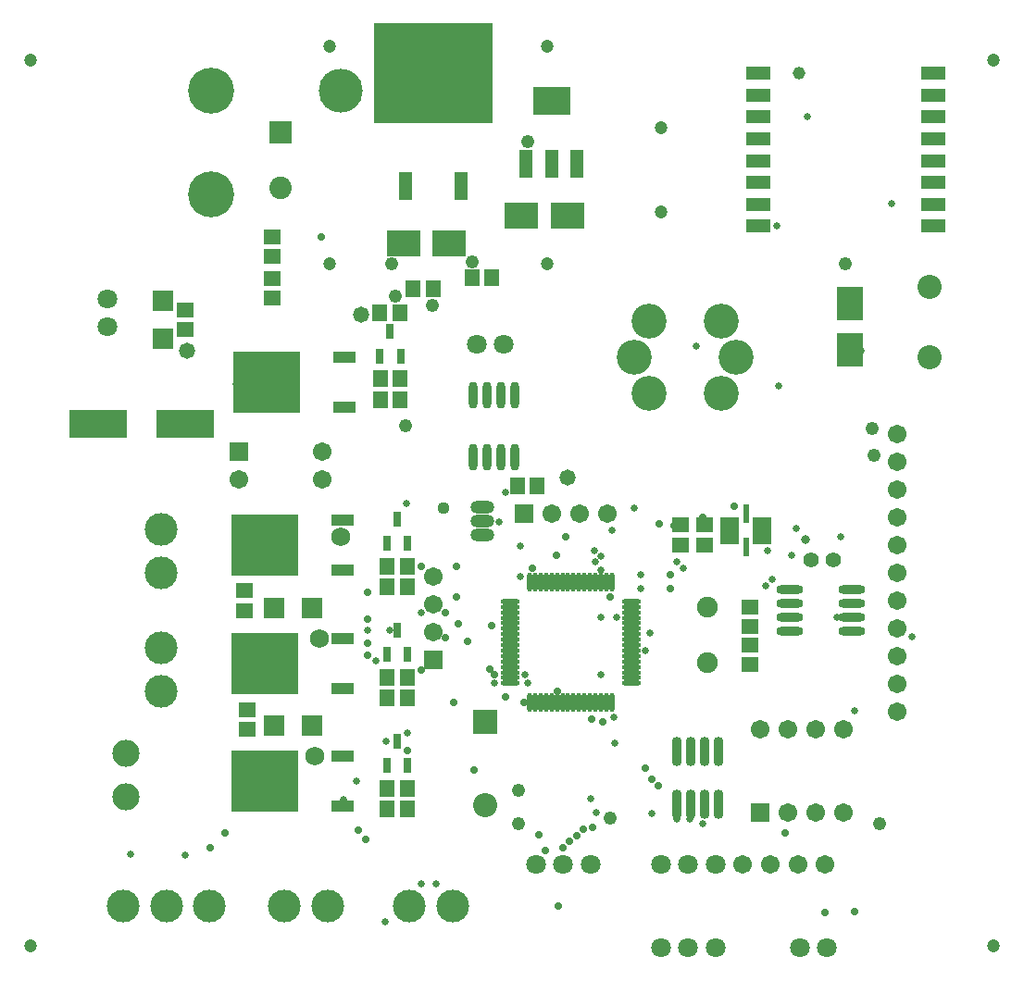
<source format=gts>
%FSLAX25Y25*%
%MOIN*%
G70*
G01*
G75*
G04 Layer_Color=8388736*
%ADD10R,0.04134X0.09449*%
%ADD11R,0.41929X0.35039*%
%ADD12R,0.01181X0.05906*%
%ADD13R,0.05906X0.01181*%
%ADD14R,0.04724X0.05512*%
%ADD15R,0.07874X0.03937*%
%ADD16O,0.02756X0.09843*%
%ADD17R,0.02362X0.04528*%
%ADD18R,0.11221X0.08465*%
%ADD19R,0.08465X0.11221*%
%ADD20R,0.12992X0.09449*%
%ADD21R,0.03937X0.09449*%
%ADD22O,0.02362X0.08858*%
%ADD23O,0.08858X0.02362*%
%ADD24R,0.06693X0.06693*%
%ADD25R,0.05512X0.04724*%
%ADD26R,0.06693X0.06693*%
%ADD27O,0.00984X0.06102*%
%ADD28O,0.06102X0.00984*%
%ADD29R,0.23228X0.21654*%
%ADD30R,0.07087X0.03543*%
%ADD31R,0.20276X0.09252*%
%ADD32C,0.01000*%
%ADD33C,0.02500*%
%ADD34C,0.02000*%
%ADD35C,0.05000*%
%ADD36C,0.15000*%
%ADD37C,0.10000*%
%ADD38C,0.01500*%
%ADD39C,0.07874*%
%ADD40C,0.06299*%
%ADD41R,0.05906X0.05906*%
%ADD42C,0.05906*%
%ADD43C,0.11000*%
%ADD44C,0.15748*%
%ADD45R,0.05906X0.05906*%
%ADD46C,0.03937*%
%ADD47C,0.07284*%
%ADD48R,0.07284X0.07284*%
%ADD49O,0.07874X0.03937*%
%ADD50O,0.07874X0.03937*%
%ADD51C,0.11811*%
%ADD52C,0.04724*%
%ADD53R,0.07874X0.07874*%
%ADD54C,0.07874*%
%ADD55C,0.06693*%
%ADD56C,0.09000*%
%ADD57C,0.02000*%
%ADD58C,0.04000*%
%ADD59C,0.01800*%
%ADD60C,0.05000*%
%ADD61C,0.06000*%
%ADD62C,0.03800*%
%ADD63C,0.02500*%
%ADD64C,0.03600*%
%ADD65C,0.15000*%
%ADD66R,0.11811X0.11811*%
%ADD67C,0.02362*%
%ADD68C,0.00984*%
%ADD69C,0.00787*%
%ADD70C,0.00800*%
%ADD71R,0.04934X0.10249*%
%ADD72R,0.42729X0.35839*%
%ADD73R,0.01981X0.06706*%
%ADD74R,0.06706X0.01981*%
%ADD75R,0.05524X0.06312*%
%ADD76R,0.08674X0.04737*%
%ADD77O,0.03556X0.10642*%
%ADD78R,0.03162X0.05328*%
%ADD79R,0.12020X0.09265*%
%ADD80R,0.09265X0.12020*%
%ADD81R,0.13792X0.10249*%
%ADD82R,0.04737X0.10249*%
%ADD83O,0.03162X0.09658*%
%ADD84O,0.09658X0.03162*%
%ADD85R,0.07493X0.07493*%
%ADD86R,0.06312X0.05524*%
%ADD87R,0.07493X0.07493*%
%ADD88O,0.01784X0.06902*%
%ADD89O,0.06902X0.01784*%
%ADD90R,0.24028X0.22453*%
%ADD91R,0.07887X0.04343*%
%ADD92R,0.21076X0.10052*%
%ADD93C,0.07099*%
%ADD94R,0.06706X0.06706*%
%ADD95C,0.06706*%
%ADD96C,0.11800*%
%ADD97C,0.16548*%
%ADD98R,0.06706X0.06706*%
%ADD99C,0.04737*%
%ADD100C,0.08083*%
%ADD101R,0.08083X0.08083*%
%ADD102O,0.08674X0.04737*%
%ADD103O,0.08674X0.04737*%
%ADD104C,0.12611*%
%ADD105C,0.05524*%
%ADD106R,0.08674X0.08674*%
%ADD107C,0.08674*%
%ADD108C,0.07493*%
%ADD109C,0.09800*%
%ADD110C,0.02800*%
%ADD111C,0.04800*%
%ADD112C,0.02600*%
%ADD113C,0.05800*%
%ADD114C,0.06800*%
%ADD115C,0.04600*%
%ADD116C,0.03300*%
%ADD117C,0.04400*%
%ADD118C,0.15800*%
D71*
X150610Y289429D02*
D03*
X170610D02*
D03*
D72*
X160610Y330177D02*
D03*
D73*
X273110Y159201D02*
D03*
Y171201D02*
D03*
D74*
X279016Y161201D02*
D03*
Y163169D02*
D03*
Y165138D02*
D03*
Y167106D02*
D03*
Y169075D02*
D03*
X267205D02*
D03*
Y167106D02*
D03*
Y165138D02*
D03*
Y163169D02*
D03*
Y161201D02*
D03*
D75*
X198054Y181301D02*
D03*
X190967D02*
D03*
X144016Y152500D02*
D03*
X151102D02*
D03*
X148454Y243701D02*
D03*
X141367D02*
D03*
X141516Y220000D02*
D03*
X148602D02*
D03*
X144016Y112500D02*
D03*
X151102D02*
D03*
X144016Y72500D02*
D03*
X151102D02*
D03*
X160454Y252501D02*
D03*
X153367D02*
D03*
X174567Y256201D02*
D03*
X181654D02*
D03*
X144016Y145000D02*
D03*
X151102D02*
D03*
X141516Y212500D02*
D03*
X148602D02*
D03*
X144016Y65000D02*
D03*
X151102D02*
D03*
X144016Y105000D02*
D03*
X151102D02*
D03*
D76*
X277559Y330000D02*
D03*
Y322126D02*
D03*
Y314252D02*
D03*
Y306378D02*
D03*
Y298504D02*
D03*
Y290630D02*
D03*
Y282756D02*
D03*
Y274882D02*
D03*
X340551D02*
D03*
Y282756D02*
D03*
Y290630D02*
D03*
Y298504D02*
D03*
Y306378D02*
D03*
Y314252D02*
D03*
Y322126D02*
D03*
Y330000D02*
D03*
D77*
X263110Y85847D02*
D03*
X258110D02*
D03*
X253110D02*
D03*
X248110D02*
D03*
X263110Y66555D02*
D03*
X258110D02*
D03*
X253110D02*
D03*
X248110D02*
D03*
D78*
X143819Y160571D02*
D03*
X151299D02*
D03*
X147559Y169429D02*
D03*
X141319Y228071D02*
D03*
X148799D02*
D03*
X145059Y236929D02*
D03*
X143819Y120571D02*
D03*
X151299D02*
D03*
X147559Y129429D02*
D03*
X143819Y80571D02*
D03*
X151299D02*
D03*
X147559Y89429D02*
D03*
D79*
X166378Y268701D02*
D03*
X149843D02*
D03*
X208878Y278701D02*
D03*
X192343D02*
D03*
D80*
X310610Y230433D02*
D03*
Y246969D02*
D03*
D81*
X203110Y320118D02*
D03*
D82*
X212165Y297284D02*
D03*
X203110D02*
D03*
X194055D02*
D03*
D83*
X190010Y214121D02*
D03*
X185010D02*
D03*
X180010D02*
D03*
X175010D02*
D03*
X190010Y191680D02*
D03*
X185010D02*
D03*
X180010D02*
D03*
X175010D02*
D03*
D84*
X311331Y129001D02*
D03*
Y134001D02*
D03*
Y139001D02*
D03*
Y144001D02*
D03*
X288890Y129001D02*
D03*
Y134001D02*
D03*
Y139001D02*
D03*
Y144001D02*
D03*
D85*
X116910Y137500D02*
D03*
X103209D02*
D03*
X116910Y95000D02*
D03*
X103209D02*
D03*
D86*
X92559Y143543D02*
D03*
Y136457D02*
D03*
X71310Y237757D02*
D03*
Y244844D02*
D03*
X93710Y100844D02*
D03*
Y93757D02*
D03*
X102559Y248957D02*
D03*
Y256043D02*
D03*
X249710Y167244D02*
D03*
Y160158D02*
D03*
X258110Y167244D02*
D03*
Y160158D02*
D03*
X102559Y263957D02*
D03*
Y271043D02*
D03*
X274510Y124044D02*
D03*
Y116957D02*
D03*
X274510Y130558D02*
D03*
Y137644D02*
D03*
D87*
X63110Y234350D02*
D03*
Y248051D02*
D03*
D88*
X224823Y103248D02*
D03*
X222854D02*
D03*
X220886D02*
D03*
X218917D02*
D03*
X216949D02*
D03*
X214980D02*
D03*
X213012D02*
D03*
X211043D02*
D03*
X209075D02*
D03*
X207106D02*
D03*
X205138D02*
D03*
X203169D02*
D03*
X201201D02*
D03*
X199232D02*
D03*
X197264D02*
D03*
X195295D02*
D03*
Y146752D02*
D03*
X197264D02*
D03*
X199232D02*
D03*
X201201D02*
D03*
X203169D02*
D03*
X205138D02*
D03*
X207106D02*
D03*
X209075D02*
D03*
X211043D02*
D03*
X213012D02*
D03*
X214980D02*
D03*
X216949D02*
D03*
X218917D02*
D03*
X220886D02*
D03*
X222854D02*
D03*
X224823D02*
D03*
D89*
X188307Y110236D02*
D03*
Y112205D02*
D03*
Y114173D02*
D03*
Y116142D02*
D03*
Y118110D02*
D03*
Y120079D02*
D03*
Y122047D02*
D03*
Y124016D02*
D03*
Y125984D02*
D03*
Y127953D02*
D03*
Y129921D02*
D03*
Y131890D02*
D03*
Y133858D02*
D03*
Y135827D02*
D03*
Y137795D02*
D03*
Y139764D02*
D03*
X231811D02*
D03*
Y137795D02*
D03*
Y135827D02*
D03*
Y133858D02*
D03*
Y131890D02*
D03*
Y129921D02*
D03*
Y127953D02*
D03*
Y125984D02*
D03*
Y124016D02*
D03*
Y122047D02*
D03*
Y120079D02*
D03*
Y118110D02*
D03*
Y116142D02*
D03*
Y114173D02*
D03*
Y112205D02*
D03*
Y110236D02*
D03*
D90*
X100020Y75000D02*
D03*
Y117500D02*
D03*
Y160000D02*
D03*
X100571Y218701D02*
D03*
D91*
X127972Y83976D02*
D03*
Y66024D02*
D03*
Y126476D02*
D03*
Y108524D02*
D03*
Y168976D02*
D03*
Y151024D02*
D03*
X128524Y227677D02*
D03*
Y209724D02*
D03*
D92*
X71358Y203701D02*
D03*
X39862D02*
D03*
D93*
X185953Y232501D02*
D03*
X176110D02*
D03*
X43110Y248701D02*
D03*
Y238858D02*
D03*
X242559Y45000D02*
D03*
X252402D02*
D03*
X262244D02*
D03*
X242559Y15000D02*
D03*
X252402D02*
D03*
X262244D02*
D03*
X197559Y45000D02*
D03*
X207402D02*
D03*
X217244D02*
D03*
X292559Y15000D02*
D03*
X302402D02*
D03*
D94*
X193110Y171201D02*
D03*
X90610Y193701D02*
D03*
D95*
X203110Y171201D02*
D03*
X213110D02*
D03*
X223110D02*
D03*
X308110Y93701D02*
D03*
X298110D02*
D03*
X288110D02*
D03*
X278110D02*
D03*
X308110Y63701D02*
D03*
X298110D02*
D03*
X288110D02*
D03*
X90610Y183701D02*
D03*
X120610Y193701D02*
D03*
Y183701D02*
D03*
X160610Y128701D02*
D03*
Y138701D02*
D03*
Y148701D02*
D03*
X301614Y45000D02*
D03*
X291772D02*
D03*
X281929D02*
D03*
X272087D02*
D03*
X327559Y200000D02*
D03*
Y190000D02*
D03*
Y180000D02*
D03*
Y170000D02*
D03*
Y140000D02*
D03*
Y160000D02*
D03*
Y150000D02*
D03*
Y130000D02*
D03*
Y120000D02*
D03*
Y110000D02*
D03*
Y100000D02*
D03*
D96*
X48878Y30000D02*
D03*
X64469D02*
D03*
X80059D02*
D03*
X151969D02*
D03*
X167559D02*
D03*
X62559Y165591D02*
D03*
Y150000D02*
D03*
X122559Y30000D02*
D03*
X106969D02*
D03*
X62559Y107500D02*
D03*
Y123091D02*
D03*
D97*
X80610Y286201D02*
D03*
Y323602D02*
D03*
D98*
X278110Y63701D02*
D03*
X160610Y118701D02*
D03*
D99*
X201496Y261240D02*
D03*
Y339587D02*
D03*
X123150Y261240D02*
D03*
X242510Y310501D02*
D03*
Y280186D02*
D03*
X15748Y15748D02*
D03*
X362205Y15748D02*
D03*
X15748Y334646D02*
D03*
X362205D02*
D03*
X123100Y339600D02*
D03*
D100*
X105610Y288701D02*
D03*
D101*
Y308701D02*
D03*
D102*
X178110Y163701D02*
D03*
Y173701D02*
D03*
D103*
Y168701D02*
D03*
D104*
X238365Y214756D02*
D03*
X264255Y240646D02*
D03*
X238365D02*
D03*
X233003Y227701D02*
D03*
X264255Y214756D02*
D03*
X269617Y227701D02*
D03*
D105*
X304547Y154547D02*
D03*
X296673D02*
D03*
D106*
X179310Y96262D02*
D03*
D107*
Y66340D02*
D03*
X339311Y253150D02*
D03*
Y227559D02*
D03*
D108*
X259310Y137701D02*
D03*
Y117701D02*
D03*
D109*
X50059Y69410D02*
D03*
Y85000D02*
D03*
D110*
X246000Y149200D02*
D03*
X245800Y144300D02*
D03*
X241900Y167800D02*
D03*
X214759Y57600D02*
D03*
X212359Y55200D02*
D03*
X217959Y58400D02*
D03*
X164910Y135701D02*
D03*
X120110Y270901D02*
D03*
X151310Y86101D02*
D03*
X287310Y56501D02*
D03*
X80110Y50901D02*
D03*
X85710Y56501D02*
D03*
X172910Y125301D02*
D03*
X169710Y131701D02*
D03*
X168910Y141301D02*
D03*
X241710Y73301D02*
D03*
X239310Y75701D02*
D03*
X257710Y170101D02*
D03*
X208110Y162901D02*
D03*
X247310Y166901D02*
D03*
X204910Y156501D02*
D03*
X168910Y152501D02*
D03*
X181710Y130901D02*
D03*
X156109Y152500D02*
D03*
X165096Y126748D02*
D03*
X167810Y103201D02*
D03*
X186510Y105301D02*
D03*
X175310Y78901D02*
D03*
X205138Y107473D02*
D03*
X181008Y115475D02*
D03*
X182510Y113301D02*
D03*
X136110Y54101D02*
D03*
X156110Y114901D02*
D03*
X193257Y103248D02*
D03*
X198510Y55701D02*
D03*
X200910Y50101D02*
D03*
X205710Y30101D02*
D03*
X207310Y50901D02*
D03*
X209710Y53301D02*
D03*
X217710Y97301D02*
D03*
X236910Y79701D02*
D03*
X133710Y57301D02*
D03*
X136910Y120501D02*
D03*
Y142901D02*
D03*
X137057Y124648D02*
D03*
X136910Y133301D02*
D03*
X196110Y151701D02*
D03*
X224110Y141301D02*
D03*
X268910Y174101D02*
D03*
X221710Y96501D02*
D03*
X312359Y28000D02*
D03*
X301710Y27701D02*
D03*
D111*
X146809Y249600D02*
D03*
X224359Y61600D02*
D03*
X160359Y246400D02*
D03*
X174510Y262101D02*
D03*
X194510Y305301D02*
D03*
X150510Y202901D02*
D03*
X144910Y342901D02*
D03*
X152784D02*
D03*
X160658D02*
D03*
X168532D02*
D03*
X176406D02*
D03*
X144910Y335027D02*
D03*
X152784D02*
D03*
X160658D02*
D03*
X168532D02*
D03*
X176406D02*
D03*
X144910Y327153D02*
D03*
X152784D02*
D03*
X160658D02*
D03*
X168532D02*
D03*
X176406D02*
D03*
X144910Y319279D02*
D03*
X152784D02*
D03*
X160658D02*
D03*
X168532D02*
D03*
X176406D02*
D03*
X321110Y59701D02*
D03*
X191151Y71742D02*
D03*
X191110Y59701D02*
D03*
X318510Y202101D02*
D03*
X319310Y192501D02*
D03*
X145710Y261301D02*
D03*
X309016Y261406D02*
D03*
D112*
X194759Y110400D02*
D03*
X225959Y88750D02*
D03*
X140054Y118400D02*
D03*
X284110Y274901D02*
D03*
X151310Y92501D02*
D03*
X156110Y135701D02*
D03*
X132910Y74901D02*
D03*
X236910Y122101D02*
D03*
X332910Y126901D02*
D03*
X255310Y231701D02*
D03*
X238510Y128501D02*
D03*
X248110Y154101D02*
D03*
X250510Y151701D02*
D03*
X289710Y156501D02*
D03*
X291310Y166101D02*
D03*
X218510Y158101D02*
D03*
X280910D02*
D03*
X282510Y147701D02*
D03*
X218939Y154101D02*
D03*
X280110Y145301D02*
D03*
X220910Y156101D02*
D03*
X224910Y165301D02*
D03*
X232910Y173301D02*
D03*
X305810Y134001D02*
D03*
X307310Y162901D02*
D03*
X284910Y217301D02*
D03*
X325710Y282901D02*
D03*
X295354Y314252D02*
D03*
X257710Y59701D02*
D03*
X248110Y61301D02*
D03*
X252910D02*
D03*
X239109Y63500D02*
D03*
X143439Y89429D02*
D03*
X128110Y68501D02*
D03*
X161710Y38101D02*
D03*
X156110D02*
D03*
X145039Y129429D02*
D03*
X220910Y134101D02*
D03*
X226510D02*
D03*
X182646Y110236D02*
D03*
X220910Y113301D02*
D03*
X192067Y148544D02*
D03*
X184110Y168501D02*
D03*
X186510Y178901D02*
D03*
X192067Y159658D02*
D03*
X314510Y230101D02*
D03*
X225710Y98101D02*
D03*
X312110Y100501D02*
D03*
X220886Y150876D02*
D03*
X235310Y144501D02*
D03*
Y149301D02*
D03*
X51516Y48706D02*
D03*
X71310Y48501D02*
D03*
X143310Y24501D02*
D03*
X150854Y174901D02*
D03*
X136910Y129301D02*
D03*
X217110Y68701D02*
D03*
X219110Y63701D02*
D03*
X193710Y113301D02*
D03*
D113*
X134510Y242901D02*
D03*
X72068Y230101D02*
D03*
X91310Y218101D02*
D03*
X91120Y123091D02*
D03*
X91021Y165591D02*
D03*
X208988Y184501D02*
D03*
D114*
X127310Y162901D02*
D03*
X119686Y126476D02*
D03*
X117986Y83976D02*
D03*
D115*
X292211Y330000D02*
D03*
D116*
X294510Y162101D02*
D03*
D117*
X164110Y173301D02*
D03*
D118*
X127310Y323602D02*
D03*
M02*

</source>
